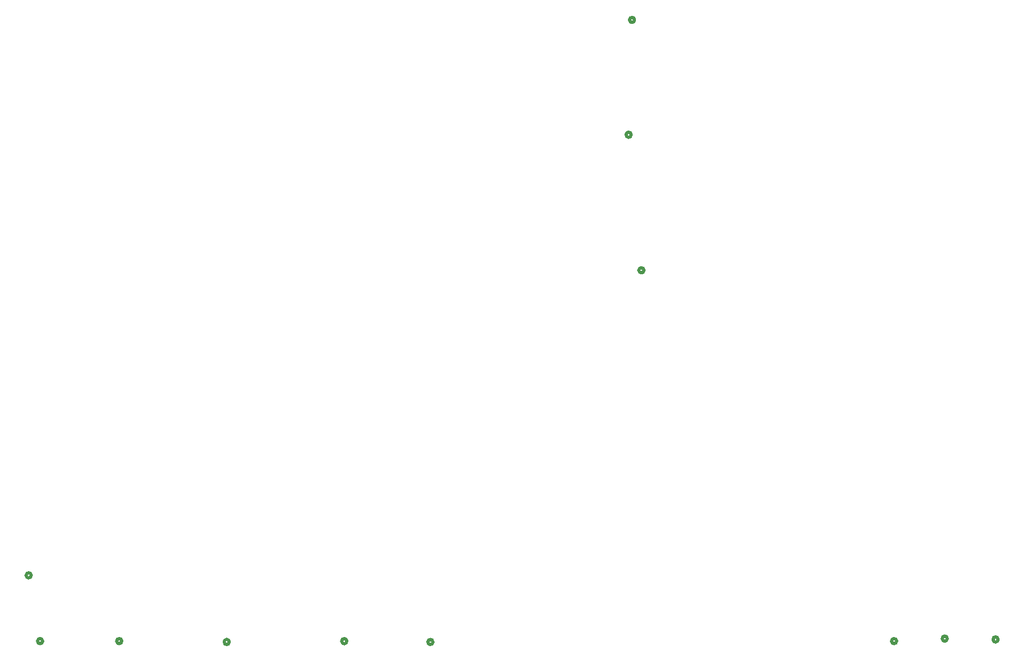
<source format=gbo>
G04*
G04 #@! TF.GenerationSoftware,Altium Limited,Altium Designer,18.1.7 (191)*
G04*
G04 Layer_Color=32896*
%FSLAX25Y25*%
%MOIN*%
G70*
G01*
G75*
%ADD11C,0.02000*%
D11*
X93329Y380389D02*
G03*
X93329Y380389I-1500J0D01*
G01*
X452750Y559500D02*
G03*
X452750Y559500I-1500J0D01*
G01*
X445250Y639071D02*
G03*
X445250Y639071I-1500J0D01*
G01*
X447250Y706500D02*
G03*
X447250Y706500I-1500J0D01*
G01*
X660500Y342750D02*
G03*
X660500Y342750I-1500J0D01*
G01*
X278468Y341750D02*
G03*
X278468Y341750I-1500J0D01*
G01*
X630693Y343266D02*
G03*
X630693Y343266I-1500J0D01*
G01*
X600968Y341766D02*
G03*
X600968Y341766I-1500J0D01*
G01*
X328969Y341266D02*
G03*
X328969Y341266I-1500J0D01*
G01*
X209500D02*
G03*
X209500Y341266I-1500J0D01*
G01*
X146469Y341766D02*
G03*
X146469Y341766I-1500J0D01*
G01*
X100048D02*
G03*
X100048Y341766I-1500J0D01*
G01*
M02*

</source>
